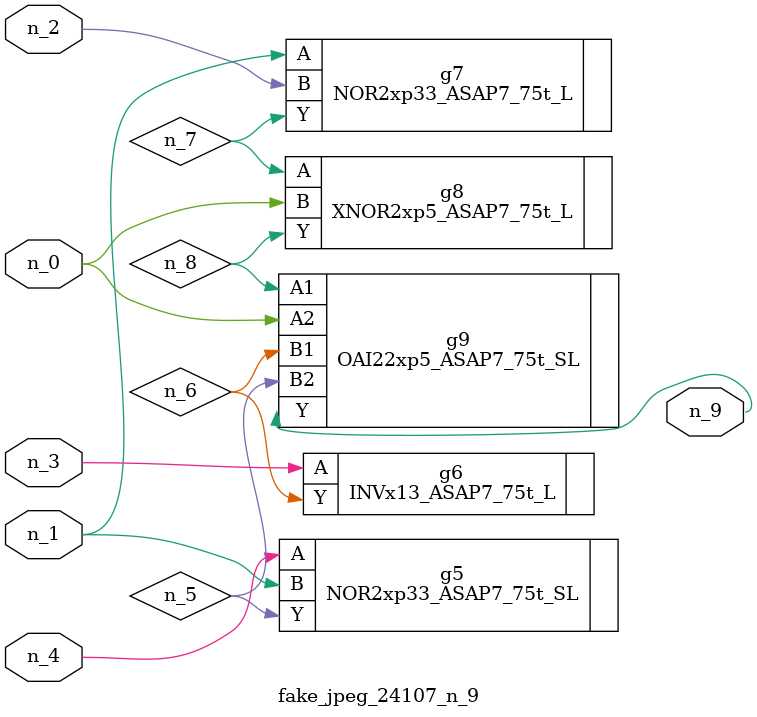
<source format=v>
module fake_jpeg_24107_n_9 (n_3, n_2, n_1, n_0, n_4, n_9);

input n_3;
input n_2;
input n_1;
input n_0;
input n_4;

output n_9;

wire n_8;
wire n_6;
wire n_5;
wire n_7;

NOR2xp33_ASAP7_75t_SL g5 ( 
.A(n_4),
.B(n_1),
.Y(n_5)
);

INVx13_ASAP7_75t_L g6 ( 
.A(n_3),
.Y(n_6)
);

NOR2xp33_ASAP7_75t_L g7 ( 
.A(n_1),
.B(n_2),
.Y(n_7)
);

XNOR2xp5_ASAP7_75t_L g8 ( 
.A(n_7),
.B(n_0),
.Y(n_8)
);

OAI22xp5_ASAP7_75t_SL g9 ( 
.A1(n_8),
.A2(n_0),
.B1(n_6),
.B2(n_5),
.Y(n_9)
);


endmodule
</source>
